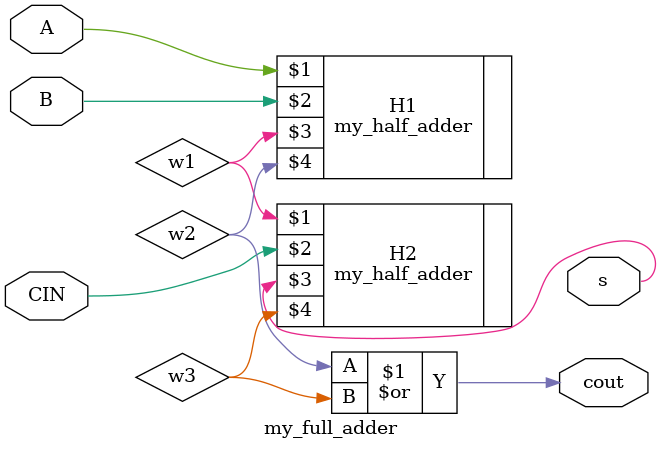
<source format=v>
module my_full_adder(A,B,CIN,s,cout);
input A,B,CIN;
output s,cout;
wire w1,w2,w3;
my_half_adder   H1(A,B,w1,w2);
my_half_adder   H2(w1,CIN, s,w3);
or		o1(cout,w2,w3);
endmodule
</source>
